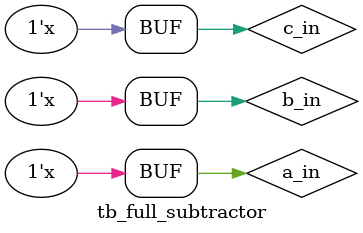
<source format=v>
`timescale 1ns / 1ps


module tb_full_subtractor();
    reg a_in;
    reg b_in;
    reg c_in;
    wire diff;
    wire borrow;
 full_subtractor DUT(.a_in(a_in),.b_in(b_in),.c_in(c_in),.diff(diff),.borrow(borrow));
 always #10 a_in =~a_in;
 always #20 b_in =~b_in;
 always #40 c_in =~c_in;
 initial
 begin
 a_in ='b0;
 b_in ='b0;
 c_in='b0;
 end
endmodule

</source>
